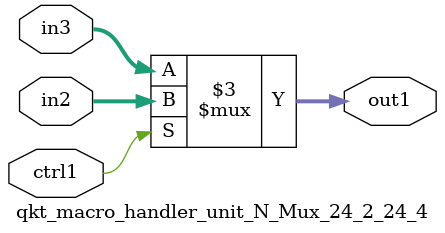
<source format=v>

`timescale 1ps / 1ps


module qkt_macro_handler_unit_N_Mux_24_2_24_4( in3, in2, ctrl1, out1 );

    input [23:0] in3;
    input [23:0] in2;
    input ctrl1;
    output [23:0] out1;
    reg [23:0] out1;

    
    // rtl_process:qkt_macro_handler_unit_N_Mux_24_2_24_4/qkt_macro_handler_unit_N_Mux_24_2_24_4_thread_1
    always @*
      begin : qkt_macro_handler_unit_N_Mux_24_2_24_4_thread_1
        case (ctrl1) 
          1'b1: 
            begin
              out1 = in2;
            end
          default: 
            begin
              out1 = in3;
            end
        endcase
      end

endmodule



</source>
